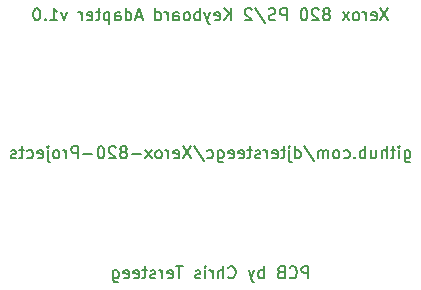
<source format=gbr>
%TF.GenerationSoftware,KiCad,Pcbnew,8.0.7*%
%TF.CreationDate,2025-01-12T22:52:32-06:00*%
%TF.ProjectId,Parallel-to-PS2-Keyboard-Adapter,50617261-6c6c-4656-9c2d-746f2d505332,v1.0*%
%TF.SameCoordinates,Original*%
%TF.FileFunction,Legend,Bot*%
%TF.FilePolarity,Positive*%
%FSLAX46Y46*%
G04 Gerber Fmt 4.6, Leading zero omitted, Abs format (unit mm)*
G04 Created by KiCad (PCBNEW 8.0.7) date 2025-01-12 22:52:32*
%MOMM*%
%LPD*%
G01*
G04 APERTURE LIST*
%ADD10C,0.150000*%
G04 APERTURE END LIST*
D10*
X169043905Y-116786819D02*
X169043905Y-115786819D01*
X169043905Y-115786819D02*
X168662953Y-115786819D01*
X168662953Y-115786819D02*
X168567715Y-115834438D01*
X168567715Y-115834438D02*
X168520096Y-115882057D01*
X168520096Y-115882057D02*
X168472477Y-115977295D01*
X168472477Y-115977295D02*
X168472477Y-116120152D01*
X168472477Y-116120152D02*
X168520096Y-116215390D01*
X168520096Y-116215390D02*
X168567715Y-116263009D01*
X168567715Y-116263009D02*
X168662953Y-116310628D01*
X168662953Y-116310628D02*
X169043905Y-116310628D01*
X167472477Y-116691580D02*
X167520096Y-116739200D01*
X167520096Y-116739200D02*
X167662953Y-116786819D01*
X167662953Y-116786819D02*
X167758191Y-116786819D01*
X167758191Y-116786819D02*
X167901048Y-116739200D01*
X167901048Y-116739200D02*
X167996286Y-116643961D01*
X167996286Y-116643961D02*
X168043905Y-116548723D01*
X168043905Y-116548723D02*
X168091524Y-116358247D01*
X168091524Y-116358247D02*
X168091524Y-116215390D01*
X168091524Y-116215390D02*
X168043905Y-116024914D01*
X168043905Y-116024914D02*
X167996286Y-115929676D01*
X167996286Y-115929676D02*
X167901048Y-115834438D01*
X167901048Y-115834438D02*
X167758191Y-115786819D01*
X167758191Y-115786819D02*
X167662953Y-115786819D01*
X167662953Y-115786819D02*
X167520096Y-115834438D01*
X167520096Y-115834438D02*
X167472477Y-115882057D01*
X166710572Y-116263009D02*
X166567715Y-116310628D01*
X166567715Y-116310628D02*
X166520096Y-116358247D01*
X166520096Y-116358247D02*
X166472477Y-116453485D01*
X166472477Y-116453485D02*
X166472477Y-116596342D01*
X166472477Y-116596342D02*
X166520096Y-116691580D01*
X166520096Y-116691580D02*
X166567715Y-116739200D01*
X166567715Y-116739200D02*
X166662953Y-116786819D01*
X166662953Y-116786819D02*
X167043905Y-116786819D01*
X167043905Y-116786819D02*
X167043905Y-115786819D01*
X167043905Y-115786819D02*
X166710572Y-115786819D01*
X166710572Y-115786819D02*
X166615334Y-115834438D01*
X166615334Y-115834438D02*
X166567715Y-115882057D01*
X166567715Y-115882057D02*
X166520096Y-115977295D01*
X166520096Y-115977295D02*
X166520096Y-116072533D01*
X166520096Y-116072533D02*
X166567715Y-116167771D01*
X166567715Y-116167771D02*
X166615334Y-116215390D01*
X166615334Y-116215390D02*
X166710572Y-116263009D01*
X166710572Y-116263009D02*
X167043905Y-116263009D01*
X165282000Y-116786819D02*
X165282000Y-115786819D01*
X165282000Y-116167771D02*
X165186762Y-116120152D01*
X165186762Y-116120152D02*
X164996286Y-116120152D01*
X164996286Y-116120152D02*
X164901048Y-116167771D01*
X164901048Y-116167771D02*
X164853429Y-116215390D01*
X164853429Y-116215390D02*
X164805810Y-116310628D01*
X164805810Y-116310628D02*
X164805810Y-116596342D01*
X164805810Y-116596342D02*
X164853429Y-116691580D01*
X164853429Y-116691580D02*
X164901048Y-116739200D01*
X164901048Y-116739200D02*
X164996286Y-116786819D01*
X164996286Y-116786819D02*
X165186762Y-116786819D01*
X165186762Y-116786819D02*
X165282000Y-116739200D01*
X164472476Y-116120152D02*
X164234381Y-116786819D01*
X163996286Y-116120152D02*
X164234381Y-116786819D01*
X164234381Y-116786819D02*
X164329619Y-117024914D01*
X164329619Y-117024914D02*
X164377238Y-117072533D01*
X164377238Y-117072533D02*
X164472476Y-117120152D01*
X162282000Y-116691580D02*
X162329619Y-116739200D01*
X162329619Y-116739200D02*
X162472476Y-116786819D01*
X162472476Y-116786819D02*
X162567714Y-116786819D01*
X162567714Y-116786819D02*
X162710571Y-116739200D01*
X162710571Y-116739200D02*
X162805809Y-116643961D01*
X162805809Y-116643961D02*
X162853428Y-116548723D01*
X162853428Y-116548723D02*
X162901047Y-116358247D01*
X162901047Y-116358247D02*
X162901047Y-116215390D01*
X162901047Y-116215390D02*
X162853428Y-116024914D01*
X162853428Y-116024914D02*
X162805809Y-115929676D01*
X162805809Y-115929676D02*
X162710571Y-115834438D01*
X162710571Y-115834438D02*
X162567714Y-115786819D01*
X162567714Y-115786819D02*
X162472476Y-115786819D01*
X162472476Y-115786819D02*
X162329619Y-115834438D01*
X162329619Y-115834438D02*
X162282000Y-115882057D01*
X161853428Y-116786819D02*
X161853428Y-115786819D01*
X161424857Y-116786819D02*
X161424857Y-116263009D01*
X161424857Y-116263009D02*
X161472476Y-116167771D01*
X161472476Y-116167771D02*
X161567714Y-116120152D01*
X161567714Y-116120152D02*
X161710571Y-116120152D01*
X161710571Y-116120152D02*
X161805809Y-116167771D01*
X161805809Y-116167771D02*
X161853428Y-116215390D01*
X160948666Y-116786819D02*
X160948666Y-116120152D01*
X160948666Y-116310628D02*
X160901047Y-116215390D01*
X160901047Y-116215390D02*
X160853428Y-116167771D01*
X160853428Y-116167771D02*
X160758190Y-116120152D01*
X160758190Y-116120152D02*
X160662952Y-116120152D01*
X160329618Y-116786819D02*
X160329618Y-116120152D01*
X160329618Y-115786819D02*
X160377237Y-115834438D01*
X160377237Y-115834438D02*
X160329618Y-115882057D01*
X160329618Y-115882057D02*
X160281999Y-115834438D01*
X160281999Y-115834438D02*
X160329618Y-115786819D01*
X160329618Y-115786819D02*
X160329618Y-115882057D01*
X159901047Y-116739200D02*
X159805809Y-116786819D01*
X159805809Y-116786819D02*
X159615333Y-116786819D01*
X159615333Y-116786819D02*
X159520095Y-116739200D01*
X159520095Y-116739200D02*
X159472476Y-116643961D01*
X159472476Y-116643961D02*
X159472476Y-116596342D01*
X159472476Y-116596342D02*
X159520095Y-116501104D01*
X159520095Y-116501104D02*
X159615333Y-116453485D01*
X159615333Y-116453485D02*
X159758190Y-116453485D01*
X159758190Y-116453485D02*
X159853428Y-116405866D01*
X159853428Y-116405866D02*
X159901047Y-116310628D01*
X159901047Y-116310628D02*
X159901047Y-116263009D01*
X159901047Y-116263009D02*
X159853428Y-116167771D01*
X159853428Y-116167771D02*
X159758190Y-116120152D01*
X159758190Y-116120152D02*
X159615333Y-116120152D01*
X159615333Y-116120152D02*
X159520095Y-116167771D01*
X158424856Y-115786819D02*
X157853428Y-115786819D01*
X158139142Y-116786819D02*
X158139142Y-115786819D01*
X157139142Y-116739200D02*
X157234380Y-116786819D01*
X157234380Y-116786819D02*
X157424856Y-116786819D01*
X157424856Y-116786819D02*
X157520094Y-116739200D01*
X157520094Y-116739200D02*
X157567713Y-116643961D01*
X157567713Y-116643961D02*
X157567713Y-116263009D01*
X157567713Y-116263009D02*
X157520094Y-116167771D01*
X157520094Y-116167771D02*
X157424856Y-116120152D01*
X157424856Y-116120152D02*
X157234380Y-116120152D01*
X157234380Y-116120152D02*
X157139142Y-116167771D01*
X157139142Y-116167771D02*
X157091523Y-116263009D01*
X157091523Y-116263009D02*
X157091523Y-116358247D01*
X157091523Y-116358247D02*
X157567713Y-116453485D01*
X156662951Y-116786819D02*
X156662951Y-116120152D01*
X156662951Y-116310628D02*
X156615332Y-116215390D01*
X156615332Y-116215390D02*
X156567713Y-116167771D01*
X156567713Y-116167771D02*
X156472475Y-116120152D01*
X156472475Y-116120152D02*
X156377237Y-116120152D01*
X156091522Y-116739200D02*
X155996284Y-116786819D01*
X155996284Y-116786819D02*
X155805808Y-116786819D01*
X155805808Y-116786819D02*
X155710570Y-116739200D01*
X155710570Y-116739200D02*
X155662951Y-116643961D01*
X155662951Y-116643961D02*
X155662951Y-116596342D01*
X155662951Y-116596342D02*
X155710570Y-116501104D01*
X155710570Y-116501104D02*
X155805808Y-116453485D01*
X155805808Y-116453485D02*
X155948665Y-116453485D01*
X155948665Y-116453485D02*
X156043903Y-116405866D01*
X156043903Y-116405866D02*
X156091522Y-116310628D01*
X156091522Y-116310628D02*
X156091522Y-116263009D01*
X156091522Y-116263009D02*
X156043903Y-116167771D01*
X156043903Y-116167771D02*
X155948665Y-116120152D01*
X155948665Y-116120152D02*
X155805808Y-116120152D01*
X155805808Y-116120152D02*
X155710570Y-116167771D01*
X155377236Y-116120152D02*
X154996284Y-116120152D01*
X155234379Y-115786819D02*
X155234379Y-116643961D01*
X155234379Y-116643961D02*
X155186760Y-116739200D01*
X155186760Y-116739200D02*
X155091522Y-116786819D01*
X155091522Y-116786819D02*
X154996284Y-116786819D01*
X154281998Y-116739200D02*
X154377236Y-116786819D01*
X154377236Y-116786819D02*
X154567712Y-116786819D01*
X154567712Y-116786819D02*
X154662950Y-116739200D01*
X154662950Y-116739200D02*
X154710569Y-116643961D01*
X154710569Y-116643961D02*
X154710569Y-116263009D01*
X154710569Y-116263009D02*
X154662950Y-116167771D01*
X154662950Y-116167771D02*
X154567712Y-116120152D01*
X154567712Y-116120152D02*
X154377236Y-116120152D01*
X154377236Y-116120152D02*
X154281998Y-116167771D01*
X154281998Y-116167771D02*
X154234379Y-116263009D01*
X154234379Y-116263009D02*
X154234379Y-116358247D01*
X154234379Y-116358247D02*
X154710569Y-116453485D01*
X153424855Y-116739200D02*
X153520093Y-116786819D01*
X153520093Y-116786819D02*
X153710569Y-116786819D01*
X153710569Y-116786819D02*
X153805807Y-116739200D01*
X153805807Y-116739200D02*
X153853426Y-116643961D01*
X153853426Y-116643961D02*
X153853426Y-116263009D01*
X153853426Y-116263009D02*
X153805807Y-116167771D01*
X153805807Y-116167771D02*
X153710569Y-116120152D01*
X153710569Y-116120152D02*
X153520093Y-116120152D01*
X153520093Y-116120152D02*
X153424855Y-116167771D01*
X153424855Y-116167771D02*
X153377236Y-116263009D01*
X153377236Y-116263009D02*
X153377236Y-116358247D01*
X153377236Y-116358247D02*
X153853426Y-116453485D01*
X152520093Y-116120152D02*
X152520093Y-116929676D01*
X152520093Y-116929676D02*
X152567712Y-117024914D01*
X152567712Y-117024914D02*
X152615331Y-117072533D01*
X152615331Y-117072533D02*
X152710569Y-117120152D01*
X152710569Y-117120152D02*
X152853426Y-117120152D01*
X152853426Y-117120152D02*
X152948664Y-117072533D01*
X152520093Y-116739200D02*
X152615331Y-116786819D01*
X152615331Y-116786819D02*
X152805807Y-116786819D01*
X152805807Y-116786819D02*
X152901045Y-116739200D01*
X152901045Y-116739200D02*
X152948664Y-116691580D01*
X152948664Y-116691580D02*
X152996283Y-116596342D01*
X152996283Y-116596342D02*
X152996283Y-116310628D01*
X152996283Y-116310628D02*
X152948664Y-116215390D01*
X152948664Y-116215390D02*
X152901045Y-116167771D01*
X152901045Y-116167771D02*
X152805807Y-116120152D01*
X152805807Y-116120152D02*
X152615331Y-116120152D01*
X152615331Y-116120152D02*
X152520093Y-116167771D01*
X175829620Y-93942819D02*
X175162954Y-94942819D01*
X175162954Y-93942819D02*
X175829620Y-94942819D01*
X174401049Y-94895200D02*
X174496287Y-94942819D01*
X174496287Y-94942819D02*
X174686763Y-94942819D01*
X174686763Y-94942819D02*
X174782001Y-94895200D01*
X174782001Y-94895200D02*
X174829620Y-94799961D01*
X174829620Y-94799961D02*
X174829620Y-94419009D01*
X174829620Y-94419009D02*
X174782001Y-94323771D01*
X174782001Y-94323771D02*
X174686763Y-94276152D01*
X174686763Y-94276152D02*
X174496287Y-94276152D01*
X174496287Y-94276152D02*
X174401049Y-94323771D01*
X174401049Y-94323771D02*
X174353430Y-94419009D01*
X174353430Y-94419009D02*
X174353430Y-94514247D01*
X174353430Y-94514247D02*
X174829620Y-94609485D01*
X173924858Y-94942819D02*
X173924858Y-94276152D01*
X173924858Y-94466628D02*
X173877239Y-94371390D01*
X173877239Y-94371390D02*
X173829620Y-94323771D01*
X173829620Y-94323771D02*
X173734382Y-94276152D01*
X173734382Y-94276152D02*
X173639144Y-94276152D01*
X173162953Y-94942819D02*
X173258191Y-94895200D01*
X173258191Y-94895200D02*
X173305810Y-94847580D01*
X173305810Y-94847580D02*
X173353429Y-94752342D01*
X173353429Y-94752342D02*
X173353429Y-94466628D01*
X173353429Y-94466628D02*
X173305810Y-94371390D01*
X173305810Y-94371390D02*
X173258191Y-94323771D01*
X173258191Y-94323771D02*
X173162953Y-94276152D01*
X173162953Y-94276152D02*
X173020096Y-94276152D01*
X173020096Y-94276152D02*
X172924858Y-94323771D01*
X172924858Y-94323771D02*
X172877239Y-94371390D01*
X172877239Y-94371390D02*
X172829620Y-94466628D01*
X172829620Y-94466628D02*
X172829620Y-94752342D01*
X172829620Y-94752342D02*
X172877239Y-94847580D01*
X172877239Y-94847580D02*
X172924858Y-94895200D01*
X172924858Y-94895200D02*
X173020096Y-94942819D01*
X173020096Y-94942819D02*
X173162953Y-94942819D01*
X172496286Y-94942819D02*
X171972477Y-94276152D01*
X172496286Y-94276152D02*
X171972477Y-94942819D01*
X170686762Y-94371390D02*
X170782000Y-94323771D01*
X170782000Y-94323771D02*
X170829619Y-94276152D01*
X170829619Y-94276152D02*
X170877238Y-94180914D01*
X170877238Y-94180914D02*
X170877238Y-94133295D01*
X170877238Y-94133295D02*
X170829619Y-94038057D01*
X170829619Y-94038057D02*
X170782000Y-93990438D01*
X170782000Y-93990438D02*
X170686762Y-93942819D01*
X170686762Y-93942819D02*
X170496286Y-93942819D01*
X170496286Y-93942819D02*
X170401048Y-93990438D01*
X170401048Y-93990438D02*
X170353429Y-94038057D01*
X170353429Y-94038057D02*
X170305810Y-94133295D01*
X170305810Y-94133295D02*
X170305810Y-94180914D01*
X170305810Y-94180914D02*
X170353429Y-94276152D01*
X170353429Y-94276152D02*
X170401048Y-94323771D01*
X170401048Y-94323771D02*
X170496286Y-94371390D01*
X170496286Y-94371390D02*
X170686762Y-94371390D01*
X170686762Y-94371390D02*
X170782000Y-94419009D01*
X170782000Y-94419009D02*
X170829619Y-94466628D01*
X170829619Y-94466628D02*
X170877238Y-94561866D01*
X170877238Y-94561866D02*
X170877238Y-94752342D01*
X170877238Y-94752342D02*
X170829619Y-94847580D01*
X170829619Y-94847580D02*
X170782000Y-94895200D01*
X170782000Y-94895200D02*
X170686762Y-94942819D01*
X170686762Y-94942819D02*
X170496286Y-94942819D01*
X170496286Y-94942819D02*
X170401048Y-94895200D01*
X170401048Y-94895200D02*
X170353429Y-94847580D01*
X170353429Y-94847580D02*
X170305810Y-94752342D01*
X170305810Y-94752342D02*
X170305810Y-94561866D01*
X170305810Y-94561866D02*
X170353429Y-94466628D01*
X170353429Y-94466628D02*
X170401048Y-94419009D01*
X170401048Y-94419009D02*
X170496286Y-94371390D01*
X169924857Y-94038057D02*
X169877238Y-93990438D01*
X169877238Y-93990438D02*
X169782000Y-93942819D01*
X169782000Y-93942819D02*
X169543905Y-93942819D01*
X169543905Y-93942819D02*
X169448667Y-93990438D01*
X169448667Y-93990438D02*
X169401048Y-94038057D01*
X169401048Y-94038057D02*
X169353429Y-94133295D01*
X169353429Y-94133295D02*
X169353429Y-94228533D01*
X169353429Y-94228533D02*
X169401048Y-94371390D01*
X169401048Y-94371390D02*
X169972476Y-94942819D01*
X169972476Y-94942819D02*
X169353429Y-94942819D01*
X168734381Y-93942819D02*
X168639143Y-93942819D01*
X168639143Y-93942819D02*
X168543905Y-93990438D01*
X168543905Y-93990438D02*
X168496286Y-94038057D01*
X168496286Y-94038057D02*
X168448667Y-94133295D01*
X168448667Y-94133295D02*
X168401048Y-94323771D01*
X168401048Y-94323771D02*
X168401048Y-94561866D01*
X168401048Y-94561866D02*
X168448667Y-94752342D01*
X168448667Y-94752342D02*
X168496286Y-94847580D01*
X168496286Y-94847580D02*
X168543905Y-94895200D01*
X168543905Y-94895200D02*
X168639143Y-94942819D01*
X168639143Y-94942819D02*
X168734381Y-94942819D01*
X168734381Y-94942819D02*
X168829619Y-94895200D01*
X168829619Y-94895200D02*
X168877238Y-94847580D01*
X168877238Y-94847580D02*
X168924857Y-94752342D01*
X168924857Y-94752342D02*
X168972476Y-94561866D01*
X168972476Y-94561866D02*
X168972476Y-94323771D01*
X168972476Y-94323771D02*
X168924857Y-94133295D01*
X168924857Y-94133295D02*
X168877238Y-94038057D01*
X168877238Y-94038057D02*
X168829619Y-93990438D01*
X168829619Y-93990438D02*
X168734381Y-93942819D01*
X167210571Y-94942819D02*
X167210571Y-93942819D01*
X167210571Y-93942819D02*
X166829619Y-93942819D01*
X166829619Y-93942819D02*
X166734381Y-93990438D01*
X166734381Y-93990438D02*
X166686762Y-94038057D01*
X166686762Y-94038057D02*
X166639143Y-94133295D01*
X166639143Y-94133295D02*
X166639143Y-94276152D01*
X166639143Y-94276152D02*
X166686762Y-94371390D01*
X166686762Y-94371390D02*
X166734381Y-94419009D01*
X166734381Y-94419009D02*
X166829619Y-94466628D01*
X166829619Y-94466628D02*
X167210571Y-94466628D01*
X166258190Y-94895200D02*
X166115333Y-94942819D01*
X166115333Y-94942819D02*
X165877238Y-94942819D01*
X165877238Y-94942819D02*
X165782000Y-94895200D01*
X165782000Y-94895200D02*
X165734381Y-94847580D01*
X165734381Y-94847580D02*
X165686762Y-94752342D01*
X165686762Y-94752342D02*
X165686762Y-94657104D01*
X165686762Y-94657104D02*
X165734381Y-94561866D01*
X165734381Y-94561866D02*
X165782000Y-94514247D01*
X165782000Y-94514247D02*
X165877238Y-94466628D01*
X165877238Y-94466628D02*
X166067714Y-94419009D01*
X166067714Y-94419009D02*
X166162952Y-94371390D01*
X166162952Y-94371390D02*
X166210571Y-94323771D01*
X166210571Y-94323771D02*
X166258190Y-94228533D01*
X166258190Y-94228533D02*
X166258190Y-94133295D01*
X166258190Y-94133295D02*
X166210571Y-94038057D01*
X166210571Y-94038057D02*
X166162952Y-93990438D01*
X166162952Y-93990438D02*
X166067714Y-93942819D01*
X166067714Y-93942819D02*
X165829619Y-93942819D01*
X165829619Y-93942819D02*
X165686762Y-93990438D01*
X164543905Y-93895200D02*
X165401047Y-95180914D01*
X164258190Y-94038057D02*
X164210571Y-93990438D01*
X164210571Y-93990438D02*
X164115333Y-93942819D01*
X164115333Y-93942819D02*
X163877238Y-93942819D01*
X163877238Y-93942819D02*
X163782000Y-93990438D01*
X163782000Y-93990438D02*
X163734381Y-94038057D01*
X163734381Y-94038057D02*
X163686762Y-94133295D01*
X163686762Y-94133295D02*
X163686762Y-94228533D01*
X163686762Y-94228533D02*
X163734381Y-94371390D01*
X163734381Y-94371390D02*
X164305809Y-94942819D01*
X164305809Y-94942819D02*
X163686762Y-94942819D01*
X162496285Y-94942819D02*
X162496285Y-93942819D01*
X161924857Y-94942819D02*
X162353428Y-94371390D01*
X161924857Y-93942819D02*
X162496285Y-94514247D01*
X161115333Y-94895200D02*
X161210571Y-94942819D01*
X161210571Y-94942819D02*
X161401047Y-94942819D01*
X161401047Y-94942819D02*
X161496285Y-94895200D01*
X161496285Y-94895200D02*
X161543904Y-94799961D01*
X161543904Y-94799961D02*
X161543904Y-94419009D01*
X161543904Y-94419009D02*
X161496285Y-94323771D01*
X161496285Y-94323771D02*
X161401047Y-94276152D01*
X161401047Y-94276152D02*
X161210571Y-94276152D01*
X161210571Y-94276152D02*
X161115333Y-94323771D01*
X161115333Y-94323771D02*
X161067714Y-94419009D01*
X161067714Y-94419009D02*
X161067714Y-94514247D01*
X161067714Y-94514247D02*
X161543904Y-94609485D01*
X160734380Y-94276152D02*
X160496285Y-94942819D01*
X160258190Y-94276152D02*
X160496285Y-94942819D01*
X160496285Y-94942819D02*
X160591523Y-95180914D01*
X160591523Y-95180914D02*
X160639142Y-95228533D01*
X160639142Y-95228533D02*
X160734380Y-95276152D01*
X159877237Y-94942819D02*
X159877237Y-93942819D01*
X159877237Y-94323771D02*
X159781999Y-94276152D01*
X159781999Y-94276152D02*
X159591523Y-94276152D01*
X159591523Y-94276152D02*
X159496285Y-94323771D01*
X159496285Y-94323771D02*
X159448666Y-94371390D01*
X159448666Y-94371390D02*
X159401047Y-94466628D01*
X159401047Y-94466628D02*
X159401047Y-94752342D01*
X159401047Y-94752342D02*
X159448666Y-94847580D01*
X159448666Y-94847580D02*
X159496285Y-94895200D01*
X159496285Y-94895200D02*
X159591523Y-94942819D01*
X159591523Y-94942819D02*
X159781999Y-94942819D01*
X159781999Y-94942819D02*
X159877237Y-94895200D01*
X158829618Y-94942819D02*
X158924856Y-94895200D01*
X158924856Y-94895200D02*
X158972475Y-94847580D01*
X158972475Y-94847580D02*
X159020094Y-94752342D01*
X159020094Y-94752342D02*
X159020094Y-94466628D01*
X159020094Y-94466628D02*
X158972475Y-94371390D01*
X158972475Y-94371390D02*
X158924856Y-94323771D01*
X158924856Y-94323771D02*
X158829618Y-94276152D01*
X158829618Y-94276152D02*
X158686761Y-94276152D01*
X158686761Y-94276152D02*
X158591523Y-94323771D01*
X158591523Y-94323771D02*
X158543904Y-94371390D01*
X158543904Y-94371390D02*
X158496285Y-94466628D01*
X158496285Y-94466628D02*
X158496285Y-94752342D01*
X158496285Y-94752342D02*
X158543904Y-94847580D01*
X158543904Y-94847580D02*
X158591523Y-94895200D01*
X158591523Y-94895200D02*
X158686761Y-94942819D01*
X158686761Y-94942819D02*
X158829618Y-94942819D01*
X157639142Y-94942819D02*
X157639142Y-94419009D01*
X157639142Y-94419009D02*
X157686761Y-94323771D01*
X157686761Y-94323771D02*
X157781999Y-94276152D01*
X157781999Y-94276152D02*
X157972475Y-94276152D01*
X157972475Y-94276152D02*
X158067713Y-94323771D01*
X157639142Y-94895200D02*
X157734380Y-94942819D01*
X157734380Y-94942819D02*
X157972475Y-94942819D01*
X157972475Y-94942819D02*
X158067713Y-94895200D01*
X158067713Y-94895200D02*
X158115332Y-94799961D01*
X158115332Y-94799961D02*
X158115332Y-94704723D01*
X158115332Y-94704723D02*
X158067713Y-94609485D01*
X158067713Y-94609485D02*
X157972475Y-94561866D01*
X157972475Y-94561866D02*
X157734380Y-94561866D01*
X157734380Y-94561866D02*
X157639142Y-94514247D01*
X157162951Y-94942819D02*
X157162951Y-94276152D01*
X157162951Y-94466628D02*
X157115332Y-94371390D01*
X157115332Y-94371390D02*
X157067713Y-94323771D01*
X157067713Y-94323771D02*
X156972475Y-94276152D01*
X156972475Y-94276152D02*
X156877237Y-94276152D01*
X156115332Y-94942819D02*
X156115332Y-93942819D01*
X156115332Y-94895200D02*
X156210570Y-94942819D01*
X156210570Y-94942819D02*
X156401046Y-94942819D01*
X156401046Y-94942819D02*
X156496284Y-94895200D01*
X156496284Y-94895200D02*
X156543903Y-94847580D01*
X156543903Y-94847580D02*
X156591522Y-94752342D01*
X156591522Y-94752342D02*
X156591522Y-94466628D01*
X156591522Y-94466628D02*
X156543903Y-94371390D01*
X156543903Y-94371390D02*
X156496284Y-94323771D01*
X156496284Y-94323771D02*
X156401046Y-94276152D01*
X156401046Y-94276152D02*
X156210570Y-94276152D01*
X156210570Y-94276152D02*
X156115332Y-94323771D01*
X154924855Y-94657104D02*
X154448665Y-94657104D01*
X155020093Y-94942819D02*
X154686760Y-93942819D01*
X154686760Y-93942819D02*
X154353427Y-94942819D01*
X153591522Y-94942819D02*
X153591522Y-93942819D01*
X153591522Y-94895200D02*
X153686760Y-94942819D01*
X153686760Y-94942819D02*
X153877236Y-94942819D01*
X153877236Y-94942819D02*
X153972474Y-94895200D01*
X153972474Y-94895200D02*
X154020093Y-94847580D01*
X154020093Y-94847580D02*
X154067712Y-94752342D01*
X154067712Y-94752342D02*
X154067712Y-94466628D01*
X154067712Y-94466628D02*
X154020093Y-94371390D01*
X154020093Y-94371390D02*
X153972474Y-94323771D01*
X153972474Y-94323771D02*
X153877236Y-94276152D01*
X153877236Y-94276152D02*
X153686760Y-94276152D01*
X153686760Y-94276152D02*
X153591522Y-94323771D01*
X152686760Y-94942819D02*
X152686760Y-94419009D01*
X152686760Y-94419009D02*
X152734379Y-94323771D01*
X152734379Y-94323771D02*
X152829617Y-94276152D01*
X152829617Y-94276152D02*
X153020093Y-94276152D01*
X153020093Y-94276152D02*
X153115331Y-94323771D01*
X152686760Y-94895200D02*
X152781998Y-94942819D01*
X152781998Y-94942819D02*
X153020093Y-94942819D01*
X153020093Y-94942819D02*
X153115331Y-94895200D01*
X153115331Y-94895200D02*
X153162950Y-94799961D01*
X153162950Y-94799961D02*
X153162950Y-94704723D01*
X153162950Y-94704723D02*
X153115331Y-94609485D01*
X153115331Y-94609485D02*
X153020093Y-94561866D01*
X153020093Y-94561866D02*
X152781998Y-94561866D01*
X152781998Y-94561866D02*
X152686760Y-94514247D01*
X152210569Y-94276152D02*
X152210569Y-95276152D01*
X152210569Y-94323771D02*
X152115331Y-94276152D01*
X152115331Y-94276152D02*
X151924855Y-94276152D01*
X151924855Y-94276152D02*
X151829617Y-94323771D01*
X151829617Y-94323771D02*
X151781998Y-94371390D01*
X151781998Y-94371390D02*
X151734379Y-94466628D01*
X151734379Y-94466628D02*
X151734379Y-94752342D01*
X151734379Y-94752342D02*
X151781998Y-94847580D01*
X151781998Y-94847580D02*
X151829617Y-94895200D01*
X151829617Y-94895200D02*
X151924855Y-94942819D01*
X151924855Y-94942819D02*
X152115331Y-94942819D01*
X152115331Y-94942819D02*
X152210569Y-94895200D01*
X151448664Y-94276152D02*
X151067712Y-94276152D01*
X151305807Y-93942819D02*
X151305807Y-94799961D01*
X151305807Y-94799961D02*
X151258188Y-94895200D01*
X151258188Y-94895200D02*
X151162950Y-94942819D01*
X151162950Y-94942819D02*
X151067712Y-94942819D01*
X150353426Y-94895200D02*
X150448664Y-94942819D01*
X150448664Y-94942819D02*
X150639140Y-94942819D01*
X150639140Y-94942819D02*
X150734378Y-94895200D01*
X150734378Y-94895200D02*
X150781997Y-94799961D01*
X150781997Y-94799961D02*
X150781997Y-94419009D01*
X150781997Y-94419009D02*
X150734378Y-94323771D01*
X150734378Y-94323771D02*
X150639140Y-94276152D01*
X150639140Y-94276152D02*
X150448664Y-94276152D01*
X150448664Y-94276152D02*
X150353426Y-94323771D01*
X150353426Y-94323771D02*
X150305807Y-94419009D01*
X150305807Y-94419009D02*
X150305807Y-94514247D01*
X150305807Y-94514247D02*
X150781997Y-94609485D01*
X149877235Y-94942819D02*
X149877235Y-94276152D01*
X149877235Y-94466628D02*
X149829616Y-94371390D01*
X149829616Y-94371390D02*
X149781997Y-94323771D01*
X149781997Y-94323771D02*
X149686759Y-94276152D01*
X149686759Y-94276152D02*
X149591521Y-94276152D01*
X148591520Y-94276152D02*
X148353425Y-94942819D01*
X148353425Y-94942819D02*
X148115330Y-94276152D01*
X147210568Y-94942819D02*
X147781996Y-94942819D01*
X147496282Y-94942819D02*
X147496282Y-93942819D01*
X147496282Y-93942819D02*
X147591520Y-94085676D01*
X147591520Y-94085676D02*
X147686758Y-94180914D01*
X147686758Y-94180914D02*
X147781996Y-94228533D01*
X146781996Y-94847580D02*
X146734377Y-94895200D01*
X146734377Y-94895200D02*
X146781996Y-94942819D01*
X146781996Y-94942819D02*
X146829615Y-94895200D01*
X146829615Y-94895200D02*
X146781996Y-94847580D01*
X146781996Y-94847580D02*
X146781996Y-94942819D01*
X146115330Y-93942819D02*
X146020092Y-93942819D01*
X146020092Y-93942819D02*
X145924854Y-93990438D01*
X145924854Y-93990438D02*
X145877235Y-94038057D01*
X145877235Y-94038057D02*
X145829616Y-94133295D01*
X145829616Y-94133295D02*
X145781997Y-94323771D01*
X145781997Y-94323771D02*
X145781997Y-94561866D01*
X145781997Y-94561866D02*
X145829616Y-94752342D01*
X145829616Y-94752342D02*
X145877235Y-94847580D01*
X145877235Y-94847580D02*
X145924854Y-94895200D01*
X145924854Y-94895200D02*
X146020092Y-94942819D01*
X146020092Y-94942819D02*
X146115330Y-94942819D01*
X146115330Y-94942819D02*
X146210568Y-94895200D01*
X146210568Y-94895200D02*
X146258187Y-94847580D01*
X146258187Y-94847580D02*
X146305806Y-94752342D01*
X146305806Y-94752342D02*
X146353425Y-94561866D01*
X146353425Y-94561866D02*
X146353425Y-94323771D01*
X146353425Y-94323771D02*
X146305806Y-94133295D01*
X146305806Y-94133295D02*
X146258187Y-94038057D01*
X146258187Y-94038057D02*
X146210568Y-93990438D01*
X146210568Y-93990438D02*
X146115330Y-93942819D01*
X177210572Y-105960152D02*
X177210572Y-106769676D01*
X177210572Y-106769676D02*
X177258191Y-106864914D01*
X177258191Y-106864914D02*
X177305810Y-106912533D01*
X177305810Y-106912533D02*
X177401048Y-106960152D01*
X177401048Y-106960152D02*
X177543905Y-106960152D01*
X177543905Y-106960152D02*
X177639143Y-106912533D01*
X177210572Y-106579200D02*
X177305810Y-106626819D01*
X177305810Y-106626819D02*
X177496286Y-106626819D01*
X177496286Y-106626819D02*
X177591524Y-106579200D01*
X177591524Y-106579200D02*
X177639143Y-106531580D01*
X177639143Y-106531580D02*
X177686762Y-106436342D01*
X177686762Y-106436342D02*
X177686762Y-106150628D01*
X177686762Y-106150628D02*
X177639143Y-106055390D01*
X177639143Y-106055390D02*
X177591524Y-106007771D01*
X177591524Y-106007771D02*
X177496286Y-105960152D01*
X177496286Y-105960152D02*
X177305810Y-105960152D01*
X177305810Y-105960152D02*
X177210572Y-106007771D01*
X176734381Y-106626819D02*
X176734381Y-105960152D01*
X176734381Y-105626819D02*
X176782000Y-105674438D01*
X176782000Y-105674438D02*
X176734381Y-105722057D01*
X176734381Y-105722057D02*
X176686762Y-105674438D01*
X176686762Y-105674438D02*
X176734381Y-105626819D01*
X176734381Y-105626819D02*
X176734381Y-105722057D01*
X176401048Y-105960152D02*
X176020096Y-105960152D01*
X176258191Y-105626819D02*
X176258191Y-106483961D01*
X176258191Y-106483961D02*
X176210572Y-106579200D01*
X176210572Y-106579200D02*
X176115334Y-106626819D01*
X176115334Y-106626819D02*
X176020096Y-106626819D01*
X175686762Y-106626819D02*
X175686762Y-105626819D01*
X175258191Y-106626819D02*
X175258191Y-106103009D01*
X175258191Y-106103009D02*
X175305810Y-106007771D01*
X175305810Y-106007771D02*
X175401048Y-105960152D01*
X175401048Y-105960152D02*
X175543905Y-105960152D01*
X175543905Y-105960152D02*
X175639143Y-106007771D01*
X175639143Y-106007771D02*
X175686762Y-106055390D01*
X174353429Y-105960152D02*
X174353429Y-106626819D01*
X174782000Y-105960152D02*
X174782000Y-106483961D01*
X174782000Y-106483961D02*
X174734381Y-106579200D01*
X174734381Y-106579200D02*
X174639143Y-106626819D01*
X174639143Y-106626819D02*
X174496286Y-106626819D01*
X174496286Y-106626819D02*
X174401048Y-106579200D01*
X174401048Y-106579200D02*
X174353429Y-106531580D01*
X173877238Y-106626819D02*
X173877238Y-105626819D01*
X173877238Y-106007771D02*
X173782000Y-105960152D01*
X173782000Y-105960152D02*
X173591524Y-105960152D01*
X173591524Y-105960152D02*
X173496286Y-106007771D01*
X173496286Y-106007771D02*
X173448667Y-106055390D01*
X173448667Y-106055390D02*
X173401048Y-106150628D01*
X173401048Y-106150628D02*
X173401048Y-106436342D01*
X173401048Y-106436342D02*
X173448667Y-106531580D01*
X173448667Y-106531580D02*
X173496286Y-106579200D01*
X173496286Y-106579200D02*
X173591524Y-106626819D01*
X173591524Y-106626819D02*
X173782000Y-106626819D01*
X173782000Y-106626819D02*
X173877238Y-106579200D01*
X172972476Y-106531580D02*
X172924857Y-106579200D01*
X172924857Y-106579200D02*
X172972476Y-106626819D01*
X172972476Y-106626819D02*
X173020095Y-106579200D01*
X173020095Y-106579200D02*
X172972476Y-106531580D01*
X172972476Y-106531580D02*
X172972476Y-106626819D01*
X172067715Y-106579200D02*
X172162953Y-106626819D01*
X172162953Y-106626819D02*
X172353429Y-106626819D01*
X172353429Y-106626819D02*
X172448667Y-106579200D01*
X172448667Y-106579200D02*
X172496286Y-106531580D01*
X172496286Y-106531580D02*
X172543905Y-106436342D01*
X172543905Y-106436342D02*
X172543905Y-106150628D01*
X172543905Y-106150628D02*
X172496286Y-106055390D01*
X172496286Y-106055390D02*
X172448667Y-106007771D01*
X172448667Y-106007771D02*
X172353429Y-105960152D01*
X172353429Y-105960152D02*
X172162953Y-105960152D01*
X172162953Y-105960152D02*
X172067715Y-106007771D01*
X171496286Y-106626819D02*
X171591524Y-106579200D01*
X171591524Y-106579200D02*
X171639143Y-106531580D01*
X171639143Y-106531580D02*
X171686762Y-106436342D01*
X171686762Y-106436342D02*
X171686762Y-106150628D01*
X171686762Y-106150628D02*
X171639143Y-106055390D01*
X171639143Y-106055390D02*
X171591524Y-106007771D01*
X171591524Y-106007771D02*
X171496286Y-105960152D01*
X171496286Y-105960152D02*
X171353429Y-105960152D01*
X171353429Y-105960152D02*
X171258191Y-106007771D01*
X171258191Y-106007771D02*
X171210572Y-106055390D01*
X171210572Y-106055390D02*
X171162953Y-106150628D01*
X171162953Y-106150628D02*
X171162953Y-106436342D01*
X171162953Y-106436342D02*
X171210572Y-106531580D01*
X171210572Y-106531580D02*
X171258191Y-106579200D01*
X171258191Y-106579200D02*
X171353429Y-106626819D01*
X171353429Y-106626819D02*
X171496286Y-106626819D01*
X170734381Y-106626819D02*
X170734381Y-105960152D01*
X170734381Y-106055390D02*
X170686762Y-106007771D01*
X170686762Y-106007771D02*
X170591524Y-105960152D01*
X170591524Y-105960152D02*
X170448667Y-105960152D01*
X170448667Y-105960152D02*
X170353429Y-106007771D01*
X170353429Y-106007771D02*
X170305810Y-106103009D01*
X170305810Y-106103009D02*
X170305810Y-106626819D01*
X170305810Y-106103009D02*
X170258191Y-106007771D01*
X170258191Y-106007771D02*
X170162953Y-105960152D01*
X170162953Y-105960152D02*
X170020096Y-105960152D01*
X170020096Y-105960152D02*
X169924857Y-106007771D01*
X169924857Y-106007771D02*
X169877238Y-106103009D01*
X169877238Y-106103009D02*
X169877238Y-106626819D01*
X168686763Y-105579200D02*
X169543905Y-106864914D01*
X167924858Y-106626819D02*
X167924858Y-105626819D01*
X167924858Y-106579200D02*
X168020096Y-106626819D01*
X168020096Y-106626819D02*
X168210572Y-106626819D01*
X168210572Y-106626819D02*
X168305810Y-106579200D01*
X168305810Y-106579200D02*
X168353429Y-106531580D01*
X168353429Y-106531580D02*
X168401048Y-106436342D01*
X168401048Y-106436342D02*
X168401048Y-106150628D01*
X168401048Y-106150628D02*
X168353429Y-106055390D01*
X168353429Y-106055390D02*
X168305810Y-106007771D01*
X168305810Y-106007771D02*
X168210572Y-105960152D01*
X168210572Y-105960152D02*
X168020096Y-105960152D01*
X168020096Y-105960152D02*
X167924858Y-106007771D01*
X167448667Y-105960152D02*
X167448667Y-106817295D01*
X167448667Y-106817295D02*
X167496286Y-106912533D01*
X167496286Y-106912533D02*
X167591524Y-106960152D01*
X167591524Y-106960152D02*
X167639143Y-106960152D01*
X167448667Y-105626819D02*
X167496286Y-105674438D01*
X167496286Y-105674438D02*
X167448667Y-105722057D01*
X167448667Y-105722057D02*
X167401048Y-105674438D01*
X167401048Y-105674438D02*
X167448667Y-105626819D01*
X167448667Y-105626819D02*
X167448667Y-105722057D01*
X167115334Y-105960152D02*
X166734382Y-105960152D01*
X166972477Y-105626819D02*
X166972477Y-106483961D01*
X166972477Y-106483961D02*
X166924858Y-106579200D01*
X166924858Y-106579200D02*
X166829620Y-106626819D01*
X166829620Y-106626819D02*
X166734382Y-106626819D01*
X166020096Y-106579200D02*
X166115334Y-106626819D01*
X166115334Y-106626819D02*
X166305810Y-106626819D01*
X166305810Y-106626819D02*
X166401048Y-106579200D01*
X166401048Y-106579200D02*
X166448667Y-106483961D01*
X166448667Y-106483961D02*
X166448667Y-106103009D01*
X166448667Y-106103009D02*
X166401048Y-106007771D01*
X166401048Y-106007771D02*
X166305810Y-105960152D01*
X166305810Y-105960152D02*
X166115334Y-105960152D01*
X166115334Y-105960152D02*
X166020096Y-106007771D01*
X166020096Y-106007771D02*
X165972477Y-106103009D01*
X165972477Y-106103009D02*
X165972477Y-106198247D01*
X165972477Y-106198247D02*
X166448667Y-106293485D01*
X165543905Y-106626819D02*
X165543905Y-105960152D01*
X165543905Y-106150628D02*
X165496286Y-106055390D01*
X165496286Y-106055390D02*
X165448667Y-106007771D01*
X165448667Y-106007771D02*
X165353429Y-105960152D01*
X165353429Y-105960152D02*
X165258191Y-105960152D01*
X164972476Y-106579200D02*
X164877238Y-106626819D01*
X164877238Y-106626819D02*
X164686762Y-106626819D01*
X164686762Y-106626819D02*
X164591524Y-106579200D01*
X164591524Y-106579200D02*
X164543905Y-106483961D01*
X164543905Y-106483961D02*
X164543905Y-106436342D01*
X164543905Y-106436342D02*
X164591524Y-106341104D01*
X164591524Y-106341104D02*
X164686762Y-106293485D01*
X164686762Y-106293485D02*
X164829619Y-106293485D01*
X164829619Y-106293485D02*
X164924857Y-106245866D01*
X164924857Y-106245866D02*
X164972476Y-106150628D01*
X164972476Y-106150628D02*
X164972476Y-106103009D01*
X164972476Y-106103009D02*
X164924857Y-106007771D01*
X164924857Y-106007771D02*
X164829619Y-105960152D01*
X164829619Y-105960152D02*
X164686762Y-105960152D01*
X164686762Y-105960152D02*
X164591524Y-106007771D01*
X164258190Y-105960152D02*
X163877238Y-105960152D01*
X164115333Y-105626819D02*
X164115333Y-106483961D01*
X164115333Y-106483961D02*
X164067714Y-106579200D01*
X164067714Y-106579200D02*
X163972476Y-106626819D01*
X163972476Y-106626819D02*
X163877238Y-106626819D01*
X163162952Y-106579200D02*
X163258190Y-106626819D01*
X163258190Y-106626819D02*
X163448666Y-106626819D01*
X163448666Y-106626819D02*
X163543904Y-106579200D01*
X163543904Y-106579200D02*
X163591523Y-106483961D01*
X163591523Y-106483961D02*
X163591523Y-106103009D01*
X163591523Y-106103009D02*
X163543904Y-106007771D01*
X163543904Y-106007771D02*
X163448666Y-105960152D01*
X163448666Y-105960152D02*
X163258190Y-105960152D01*
X163258190Y-105960152D02*
X163162952Y-106007771D01*
X163162952Y-106007771D02*
X163115333Y-106103009D01*
X163115333Y-106103009D02*
X163115333Y-106198247D01*
X163115333Y-106198247D02*
X163591523Y-106293485D01*
X162305809Y-106579200D02*
X162401047Y-106626819D01*
X162401047Y-106626819D02*
X162591523Y-106626819D01*
X162591523Y-106626819D02*
X162686761Y-106579200D01*
X162686761Y-106579200D02*
X162734380Y-106483961D01*
X162734380Y-106483961D02*
X162734380Y-106103009D01*
X162734380Y-106103009D02*
X162686761Y-106007771D01*
X162686761Y-106007771D02*
X162591523Y-105960152D01*
X162591523Y-105960152D02*
X162401047Y-105960152D01*
X162401047Y-105960152D02*
X162305809Y-106007771D01*
X162305809Y-106007771D02*
X162258190Y-106103009D01*
X162258190Y-106103009D02*
X162258190Y-106198247D01*
X162258190Y-106198247D02*
X162734380Y-106293485D01*
X161401047Y-105960152D02*
X161401047Y-106769676D01*
X161401047Y-106769676D02*
X161448666Y-106864914D01*
X161448666Y-106864914D02*
X161496285Y-106912533D01*
X161496285Y-106912533D02*
X161591523Y-106960152D01*
X161591523Y-106960152D02*
X161734380Y-106960152D01*
X161734380Y-106960152D02*
X161829618Y-106912533D01*
X161401047Y-106579200D02*
X161496285Y-106626819D01*
X161496285Y-106626819D02*
X161686761Y-106626819D01*
X161686761Y-106626819D02*
X161781999Y-106579200D01*
X161781999Y-106579200D02*
X161829618Y-106531580D01*
X161829618Y-106531580D02*
X161877237Y-106436342D01*
X161877237Y-106436342D02*
X161877237Y-106150628D01*
X161877237Y-106150628D02*
X161829618Y-106055390D01*
X161829618Y-106055390D02*
X161781999Y-106007771D01*
X161781999Y-106007771D02*
X161686761Y-105960152D01*
X161686761Y-105960152D02*
X161496285Y-105960152D01*
X161496285Y-105960152D02*
X161401047Y-106007771D01*
X160496285Y-106579200D02*
X160591523Y-106626819D01*
X160591523Y-106626819D02*
X160781999Y-106626819D01*
X160781999Y-106626819D02*
X160877237Y-106579200D01*
X160877237Y-106579200D02*
X160924856Y-106531580D01*
X160924856Y-106531580D02*
X160972475Y-106436342D01*
X160972475Y-106436342D02*
X160972475Y-106150628D01*
X160972475Y-106150628D02*
X160924856Y-106055390D01*
X160924856Y-106055390D02*
X160877237Y-106007771D01*
X160877237Y-106007771D02*
X160781999Y-105960152D01*
X160781999Y-105960152D02*
X160591523Y-105960152D01*
X160591523Y-105960152D02*
X160496285Y-106007771D01*
X159353428Y-105579200D02*
X160210570Y-106864914D01*
X159115332Y-105626819D02*
X158448666Y-106626819D01*
X158448666Y-105626819D02*
X159115332Y-106626819D01*
X157686761Y-106579200D02*
X157781999Y-106626819D01*
X157781999Y-106626819D02*
X157972475Y-106626819D01*
X157972475Y-106626819D02*
X158067713Y-106579200D01*
X158067713Y-106579200D02*
X158115332Y-106483961D01*
X158115332Y-106483961D02*
X158115332Y-106103009D01*
X158115332Y-106103009D02*
X158067713Y-106007771D01*
X158067713Y-106007771D02*
X157972475Y-105960152D01*
X157972475Y-105960152D02*
X157781999Y-105960152D01*
X157781999Y-105960152D02*
X157686761Y-106007771D01*
X157686761Y-106007771D02*
X157639142Y-106103009D01*
X157639142Y-106103009D02*
X157639142Y-106198247D01*
X157639142Y-106198247D02*
X158115332Y-106293485D01*
X157210570Y-106626819D02*
X157210570Y-105960152D01*
X157210570Y-106150628D02*
X157162951Y-106055390D01*
X157162951Y-106055390D02*
X157115332Y-106007771D01*
X157115332Y-106007771D02*
X157020094Y-105960152D01*
X157020094Y-105960152D02*
X156924856Y-105960152D01*
X156448665Y-106626819D02*
X156543903Y-106579200D01*
X156543903Y-106579200D02*
X156591522Y-106531580D01*
X156591522Y-106531580D02*
X156639141Y-106436342D01*
X156639141Y-106436342D02*
X156639141Y-106150628D01*
X156639141Y-106150628D02*
X156591522Y-106055390D01*
X156591522Y-106055390D02*
X156543903Y-106007771D01*
X156543903Y-106007771D02*
X156448665Y-105960152D01*
X156448665Y-105960152D02*
X156305808Y-105960152D01*
X156305808Y-105960152D02*
X156210570Y-106007771D01*
X156210570Y-106007771D02*
X156162951Y-106055390D01*
X156162951Y-106055390D02*
X156115332Y-106150628D01*
X156115332Y-106150628D02*
X156115332Y-106436342D01*
X156115332Y-106436342D02*
X156162951Y-106531580D01*
X156162951Y-106531580D02*
X156210570Y-106579200D01*
X156210570Y-106579200D02*
X156305808Y-106626819D01*
X156305808Y-106626819D02*
X156448665Y-106626819D01*
X155781998Y-106626819D02*
X155258189Y-105960152D01*
X155781998Y-105960152D02*
X155258189Y-106626819D01*
X154877236Y-106245866D02*
X154115332Y-106245866D01*
X153496284Y-106055390D02*
X153591522Y-106007771D01*
X153591522Y-106007771D02*
X153639141Y-105960152D01*
X153639141Y-105960152D02*
X153686760Y-105864914D01*
X153686760Y-105864914D02*
X153686760Y-105817295D01*
X153686760Y-105817295D02*
X153639141Y-105722057D01*
X153639141Y-105722057D02*
X153591522Y-105674438D01*
X153591522Y-105674438D02*
X153496284Y-105626819D01*
X153496284Y-105626819D02*
X153305808Y-105626819D01*
X153305808Y-105626819D02*
X153210570Y-105674438D01*
X153210570Y-105674438D02*
X153162951Y-105722057D01*
X153162951Y-105722057D02*
X153115332Y-105817295D01*
X153115332Y-105817295D02*
X153115332Y-105864914D01*
X153115332Y-105864914D02*
X153162951Y-105960152D01*
X153162951Y-105960152D02*
X153210570Y-106007771D01*
X153210570Y-106007771D02*
X153305808Y-106055390D01*
X153305808Y-106055390D02*
X153496284Y-106055390D01*
X153496284Y-106055390D02*
X153591522Y-106103009D01*
X153591522Y-106103009D02*
X153639141Y-106150628D01*
X153639141Y-106150628D02*
X153686760Y-106245866D01*
X153686760Y-106245866D02*
X153686760Y-106436342D01*
X153686760Y-106436342D02*
X153639141Y-106531580D01*
X153639141Y-106531580D02*
X153591522Y-106579200D01*
X153591522Y-106579200D02*
X153496284Y-106626819D01*
X153496284Y-106626819D02*
X153305808Y-106626819D01*
X153305808Y-106626819D02*
X153210570Y-106579200D01*
X153210570Y-106579200D02*
X153162951Y-106531580D01*
X153162951Y-106531580D02*
X153115332Y-106436342D01*
X153115332Y-106436342D02*
X153115332Y-106245866D01*
X153115332Y-106245866D02*
X153162951Y-106150628D01*
X153162951Y-106150628D02*
X153210570Y-106103009D01*
X153210570Y-106103009D02*
X153305808Y-106055390D01*
X152734379Y-105722057D02*
X152686760Y-105674438D01*
X152686760Y-105674438D02*
X152591522Y-105626819D01*
X152591522Y-105626819D02*
X152353427Y-105626819D01*
X152353427Y-105626819D02*
X152258189Y-105674438D01*
X152258189Y-105674438D02*
X152210570Y-105722057D01*
X152210570Y-105722057D02*
X152162951Y-105817295D01*
X152162951Y-105817295D02*
X152162951Y-105912533D01*
X152162951Y-105912533D02*
X152210570Y-106055390D01*
X152210570Y-106055390D02*
X152781998Y-106626819D01*
X152781998Y-106626819D02*
X152162951Y-106626819D01*
X151543903Y-105626819D02*
X151448665Y-105626819D01*
X151448665Y-105626819D02*
X151353427Y-105674438D01*
X151353427Y-105674438D02*
X151305808Y-105722057D01*
X151305808Y-105722057D02*
X151258189Y-105817295D01*
X151258189Y-105817295D02*
X151210570Y-106007771D01*
X151210570Y-106007771D02*
X151210570Y-106245866D01*
X151210570Y-106245866D02*
X151258189Y-106436342D01*
X151258189Y-106436342D02*
X151305808Y-106531580D01*
X151305808Y-106531580D02*
X151353427Y-106579200D01*
X151353427Y-106579200D02*
X151448665Y-106626819D01*
X151448665Y-106626819D02*
X151543903Y-106626819D01*
X151543903Y-106626819D02*
X151639141Y-106579200D01*
X151639141Y-106579200D02*
X151686760Y-106531580D01*
X151686760Y-106531580D02*
X151734379Y-106436342D01*
X151734379Y-106436342D02*
X151781998Y-106245866D01*
X151781998Y-106245866D02*
X151781998Y-106007771D01*
X151781998Y-106007771D02*
X151734379Y-105817295D01*
X151734379Y-105817295D02*
X151686760Y-105722057D01*
X151686760Y-105722057D02*
X151639141Y-105674438D01*
X151639141Y-105674438D02*
X151543903Y-105626819D01*
X150781998Y-106245866D02*
X150020094Y-106245866D01*
X149543903Y-106626819D02*
X149543903Y-105626819D01*
X149543903Y-105626819D02*
X149162951Y-105626819D01*
X149162951Y-105626819D02*
X149067713Y-105674438D01*
X149067713Y-105674438D02*
X149020094Y-105722057D01*
X149020094Y-105722057D02*
X148972475Y-105817295D01*
X148972475Y-105817295D02*
X148972475Y-105960152D01*
X148972475Y-105960152D02*
X149020094Y-106055390D01*
X149020094Y-106055390D02*
X149067713Y-106103009D01*
X149067713Y-106103009D02*
X149162951Y-106150628D01*
X149162951Y-106150628D02*
X149543903Y-106150628D01*
X148543903Y-106626819D02*
X148543903Y-105960152D01*
X148543903Y-106150628D02*
X148496284Y-106055390D01*
X148496284Y-106055390D02*
X148448665Y-106007771D01*
X148448665Y-106007771D02*
X148353427Y-105960152D01*
X148353427Y-105960152D02*
X148258189Y-105960152D01*
X147781998Y-106626819D02*
X147877236Y-106579200D01*
X147877236Y-106579200D02*
X147924855Y-106531580D01*
X147924855Y-106531580D02*
X147972474Y-106436342D01*
X147972474Y-106436342D02*
X147972474Y-106150628D01*
X147972474Y-106150628D02*
X147924855Y-106055390D01*
X147924855Y-106055390D02*
X147877236Y-106007771D01*
X147877236Y-106007771D02*
X147781998Y-105960152D01*
X147781998Y-105960152D02*
X147639141Y-105960152D01*
X147639141Y-105960152D02*
X147543903Y-106007771D01*
X147543903Y-106007771D02*
X147496284Y-106055390D01*
X147496284Y-106055390D02*
X147448665Y-106150628D01*
X147448665Y-106150628D02*
X147448665Y-106436342D01*
X147448665Y-106436342D02*
X147496284Y-106531580D01*
X147496284Y-106531580D02*
X147543903Y-106579200D01*
X147543903Y-106579200D02*
X147639141Y-106626819D01*
X147639141Y-106626819D02*
X147781998Y-106626819D01*
X147020093Y-105960152D02*
X147020093Y-106817295D01*
X147020093Y-106817295D02*
X147067712Y-106912533D01*
X147067712Y-106912533D02*
X147162950Y-106960152D01*
X147162950Y-106960152D02*
X147210569Y-106960152D01*
X147020093Y-105626819D02*
X147067712Y-105674438D01*
X147067712Y-105674438D02*
X147020093Y-105722057D01*
X147020093Y-105722057D02*
X146972474Y-105674438D01*
X146972474Y-105674438D02*
X147020093Y-105626819D01*
X147020093Y-105626819D02*
X147020093Y-105722057D01*
X146162951Y-106579200D02*
X146258189Y-106626819D01*
X146258189Y-106626819D02*
X146448665Y-106626819D01*
X146448665Y-106626819D02*
X146543903Y-106579200D01*
X146543903Y-106579200D02*
X146591522Y-106483961D01*
X146591522Y-106483961D02*
X146591522Y-106103009D01*
X146591522Y-106103009D02*
X146543903Y-106007771D01*
X146543903Y-106007771D02*
X146448665Y-105960152D01*
X146448665Y-105960152D02*
X146258189Y-105960152D01*
X146258189Y-105960152D02*
X146162951Y-106007771D01*
X146162951Y-106007771D02*
X146115332Y-106103009D01*
X146115332Y-106103009D02*
X146115332Y-106198247D01*
X146115332Y-106198247D02*
X146591522Y-106293485D01*
X145258189Y-106579200D02*
X145353427Y-106626819D01*
X145353427Y-106626819D02*
X145543903Y-106626819D01*
X145543903Y-106626819D02*
X145639141Y-106579200D01*
X145639141Y-106579200D02*
X145686760Y-106531580D01*
X145686760Y-106531580D02*
X145734379Y-106436342D01*
X145734379Y-106436342D02*
X145734379Y-106150628D01*
X145734379Y-106150628D02*
X145686760Y-106055390D01*
X145686760Y-106055390D02*
X145639141Y-106007771D01*
X145639141Y-106007771D02*
X145543903Y-105960152D01*
X145543903Y-105960152D02*
X145353427Y-105960152D01*
X145353427Y-105960152D02*
X145258189Y-106007771D01*
X144972474Y-105960152D02*
X144591522Y-105960152D01*
X144829617Y-105626819D02*
X144829617Y-106483961D01*
X144829617Y-106483961D02*
X144781998Y-106579200D01*
X144781998Y-106579200D02*
X144686760Y-106626819D01*
X144686760Y-106626819D02*
X144591522Y-106626819D01*
X144305807Y-106579200D02*
X144210569Y-106626819D01*
X144210569Y-106626819D02*
X144020093Y-106626819D01*
X144020093Y-106626819D02*
X143924855Y-106579200D01*
X143924855Y-106579200D02*
X143877236Y-106483961D01*
X143877236Y-106483961D02*
X143877236Y-106436342D01*
X143877236Y-106436342D02*
X143924855Y-106341104D01*
X143924855Y-106341104D02*
X144020093Y-106293485D01*
X144020093Y-106293485D02*
X144162950Y-106293485D01*
X144162950Y-106293485D02*
X144258188Y-106245866D01*
X144258188Y-106245866D02*
X144305807Y-106150628D01*
X144305807Y-106150628D02*
X144305807Y-106103009D01*
X144305807Y-106103009D02*
X144258188Y-106007771D01*
X144258188Y-106007771D02*
X144162950Y-105960152D01*
X144162950Y-105960152D02*
X144020093Y-105960152D01*
X144020093Y-105960152D02*
X143924855Y-106007771D01*
M02*

</source>
